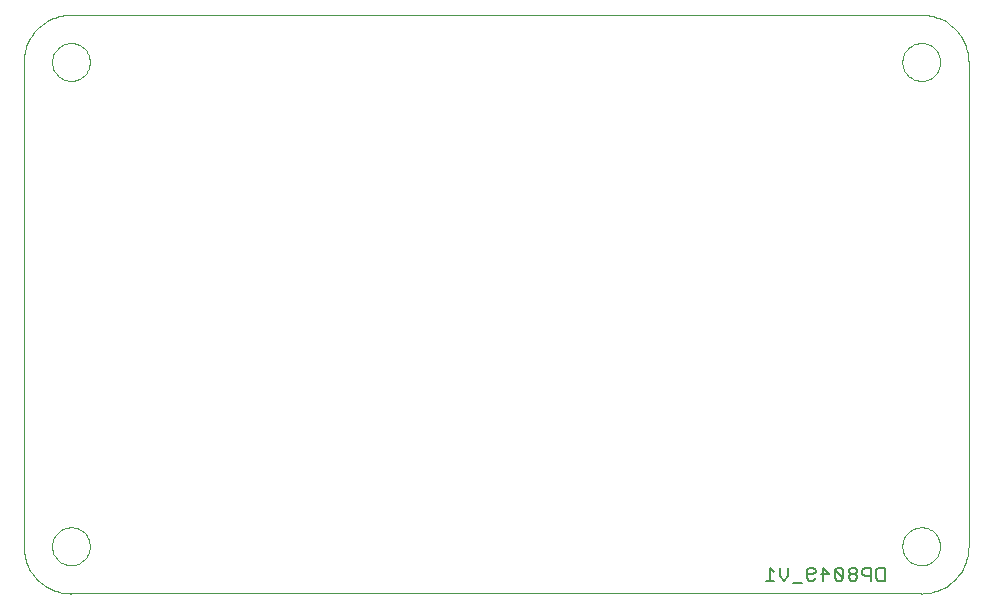
<source format=gbo>
G75*
%MOIN*%
%OFA0B0*%
%FSLAX24Y24*%
%IPPOS*%
%LPD*%
%AMOC8*
5,1,8,0,0,1.08239X$1,22.5*
%
%ADD10C,0.0000*%
%ADD11C,0.0080*%
D10*
X006993Y003416D02*
X035339Y003416D01*
X034709Y004990D02*
X034711Y005040D01*
X034717Y005090D01*
X034727Y005139D01*
X034741Y005187D01*
X034758Y005234D01*
X034779Y005279D01*
X034804Y005323D01*
X034832Y005364D01*
X034864Y005403D01*
X034898Y005440D01*
X034935Y005474D01*
X034975Y005504D01*
X035017Y005531D01*
X035061Y005555D01*
X035107Y005576D01*
X035154Y005592D01*
X035202Y005605D01*
X035252Y005614D01*
X035301Y005619D01*
X035352Y005620D01*
X035402Y005617D01*
X035451Y005610D01*
X035500Y005599D01*
X035548Y005584D01*
X035594Y005566D01*
X035639Y005544D01*
X035682Y005518D01*
X035723Y005489D01*
X035762Y005457D01*
X035798Y005422D01*
X035830Y005384D01*
X035860Y005344D01*
X035887Y005301D01*
X035910Y005257D01*
X035929Y005211D01*
X035945Y005163D01*
X035957Y005114D01*
X035965Y005065D01*
X035969Y005015D01*
X035969Y004965D01*
X035965Y004915D01*
X035957Y004866D01*
X035945Y004817D01*
X035929Y004769D01*
X035910Y004723D01*
X035887Y004679D01*
X035860Y004636D01*
X035830Y004596D01*
X035798Y004558D01*
X035762Y004523D01*
X035723Y004491D01*
X035682Y004462D01*
X035639Y004436D01*
X035594Y004414D01*
X035548Y004396D01*
X035500Y004381D01*
X035451Y004370D01*
X035402Y004363D01*
X035352Y004360D01*
X035301Y004361D01*
X035252Y004366D01*
X035202Y004375D01*
X035154Y004388D01*
X035107Y004404D01*
X035061Y004425D01*
X035017Y004449D01*
X034975Y004476D01*
X034935Y004506D01*
X034898Y004540D01*
X034864Y004577D01*
X034832Y004616D01*
X034804Y004657D01*
X034779Y004701D01*
X034758Y004746D01*
X034741Y004793D01*
X034727Y004841D01*
X034717Y004890D01*
X034711Y004940D01*
X034709Y004990D01*
X035339Y003415D02*
X035416Y003417D01*
X035493Y003423D01*
X035570Y003432D01*
X035646Y003445D01*
X035722Y003462D01*
X035796Y003483D01*
X035870Y003507D01*
X035942Y003535D01*
X036012Y003566D01*
X036081Y003601D01*
X036149Y003639D01*
X036214Y003680D01*
X036277Y003725D01*
X036338Y003773D01*
X036397Y003823D01*
X036453Y003876D01*
X036506Y003932D01*
X036556Y003991D01*
X036604Y004052D01*
X036649Y004115D01*
X036690Y004180D01*
X036728Y004248D01*
X036763Y004317D01*
X036794Y004387D01*
X036822Y004459D01*
X036846Y004533D01*
X036867Y004607D01*
X036884Y004683D01*
X036897Y004759D01*
X036906Y004836D01*
X036912Y004913D01*
X036914Y004990D01*
X036914Y021132D01*
X034709Y021132D02*
X034711Y021182D01*
X034717Y021232D01*
X034727Y021281D01*
X034741Y021329D01*
X034758Y021376D01*
X034779Y021421D01*
X034804Y021465D01*
X034832Y021506D01*
X034864Y021545D01*
X034898Y021582D01*
X034935Y021616D01*
X034975Y021646D01*
X035017Y021673D01*
X035061Y021697D01*
X035107Y021718D01*
X035154Y021734D01*
X035202Y021747D01*
X035252Y021756D01*
X035301Y021761D01*
X035352Y021762D01*
X035402Y021759D01*
X035451Y021752D01*
X035500Y021741D01*
X035548Y021726D01*
X035594Y021708D01*
X035639Y021686D01*
X035682Y021660D01*
X035723Y021631D01*
X035762Y021599D01*
X035798Y021564D01*
X035830Y021526D01*
X035860Y021486D01*
X035887Y021443D01*
X035910Y021399D01*
X035929Y021353D01*
X035945Y021305D01*
X035957Y021256D01*
X035965Y021207D01*
X035969Y021157D01*
X035969Y021107D01*
X035965Y021057D01*
X035957Y021008D01*
X035945Y020959D01*
X035929Y020911D01*
X035910Y020865D01*
X035887Y020821D01*
X035860Y020778D01*
X035830Y020738D01*
X035798Y020700D01*
X035762Y020665D01*
X035723Y020633D01*
X035682Y020604D01*
X035639Y020578D01*
X035594Y020556D01*
X035548Y020538D01*
X035500Y020523D01*
X035451Y020512D01*
X035402Y020505D01*
X035352Y020502D01*
X035301Y020503D01*
X035252Y020508D01*
X035202Y020517D01*
X035154Y020530D01*
X035107Y020546D01*
X035061Y020567D01*
X035017Y020591D01*
X034975Y020618D01*
X034935Y020648D01*
X034898Y020682D01*
X034864Y020719D01*
X034832Y020758D01*
X034804Y020799D01*
X034779Y020843D01*
X034758Y020888D01*
X034741Y020935D01*
X034727Y020983D01*
X034717Y021032D01*
X034711Y021082D01*
X034709Y021132D01*
X035339Y022707D02*
X035416Y022705D01*
X035493Y022699D01*
X035570Y022690D01*
X035646Y022677D01*
X035722Y022660D01*
X035796Y022639D01*
X035870Y022615D01*
X035942Y022587D01*
X036012Y022556D01*
X036081Y022521D01*
X036149Y022483D01*
X036214Y022442D01*
X036277Y022397D01*
X036338Y022349D01*
X036397Y022299D01*
X036453Y022246D01*
X036506Y022190D01*
X036556Y022131D01*
X036604Y022070D01*
X036649Y022007D01*
X036690Y021942D01*
X036728Y021874D01*
X036763Y021805D01*
X036794Y021735D01*
X036822Y021663D01*
X036846Y021589D01*
X036867Y021515D01*
X036884Y021439D01*
X036897Y021363D01*
X036906Y021286D01*
X036912Y021209D01*
X036914Y021132D01*
X035339Y022707D02*
X006993Y022707D01*
X006363Y021132D02*
X006365Y021182D01*
X006371Y021232D01*
X006381Y021281D01*
X006395Y021329D01*
X006412Y021376D01*
X006433Y021421D01*
X006458Y021465D01*
X006486Y021506D01*
X006518Y021545D01*
X006552Y021582D01*
X006589Y021616D01*
X006629Y021646D01*
X006671Y021673D01*
X006715Y021697D01*
X006761Y021718D01*
X006808Y021734D01*
X006856Y021747D01*
X006906Y021756D01*
X006955Y021761D01*
X007006Y021762D01*
X007056Y021759D01*
X007105Y021752D01*
X007154Y021741D01*
X007202Y021726D01*
X007248Y021708D01*
X007293Y021686D01*
X007336Y021660D01*
X007377Y021631D01*
X007416Y021599D01*
X007452Y021564D01*
X007484Y021526D01*
X007514Y021486D01*
X007541Y021443D01*
X007564Y021399D01*
X007583Y021353D01*
X007599Y021305D01*
X007611Y021256D01*
X007619Y021207D01*
X007623Y021157D01*
X007623Y021107D01*
X007619Y021057D01*
X007611Y021008D01*
X007599Y020959D01*
X007583Y020911D01*
X007564Y020865D01*
X007541Y020821D01*
X007514Y020778D01*
X007484Y020738D01*
X007452Y020700D01*
X007416Y020665D01*
X007377Y020633D01*
X007336Y020604D01*
X007293Y020578D01*
X007248Y020556D01*
X007202Y020538D01*
X007154Y020523D01*
X007105Y020512D01*
X007056Y020505D01*
X007006Y020502D01*
X006955Y020503D01*
X006906Y020508D01*
X006856Y020517D01*
X006808Y020530D01*
X006761Y020546D01*
X006715Y020567D01*
X006671Y020591D01*
X006629Y020618D01*
X006589Y020648D01*
X006552Y020682D01*
X006518Y020719D01*
X006486Y020758D01*
X006458Y020799D01*
X006433Y020843D01*
X006412Y020888D01*
X006395Y020935D01*
X006381Y020983D01*
X006371Y021032D01*
X006365Y021082D01*
X006363Y021132D01*
X005418Y021132D02*
X005420Y021209D01*
X005426Y021286D01*
X005435Y021363D01*
X005448Y021439D01*
X005465Y021515D01*
X005486Y021589D01*
X005510Y021663D01*
X005538Y021735D01*
X005569Y021805D01*
X005604Y021874D01*
X005642Y021942D01*
X005683Y022007D01*
X005728Y022070D01*
X005776Y022131D01*
X005826Y022190D01*
X005879Y022246D01*
X005935Y022299D01*
X005994Y022349D01*
X006055Y022397D01*
X006118Y022442D01*
X006183Y022483D01*
X006251Y022521D01*
X006320Y022556D01*
X006390Y022587D01*
X006462Y022615D01*
X006536Y022639D01*
X006610Y022660D01*
X006686Y022677D01*
X006762Y022690D01*
X006839Y022699D01*
X006916Y022705D01*
X006993Y022707D01*
X005418Y021132D02*
X005418Y004990D01*
X006363Y004990D02*
X006365Y005040D01*
X006371Y005090D01*
X006381Y005139D01*
X006395Y005187D01*
X006412Y005234D01*
X006433Y005279D01*
X006458Y005323D01*
X006486Y005364D01*
X006518Y005403D01*
X006552Y005440D01*
X006589Y005474D01*
X006629Y005504D01*
X006671Y005531D01*
X006715Y005555D01*
X006761Y005576D01*
X006808Y005592D01*
X006856Y005605D01*
X006906Y005614D01*
X006955Y005619D01*
X007006Y005620D01*
X007056Y005617D01*
X007105Y005610D01*
X007154Y005599D01*
X007202Y005584D01*
X007248Y005566D01*
X007293Y005544D01*
X007336Y005518D01*
X007377Y005489D01*
X007416Y005457D01*
X007452Y005422D01*
X007484Y005384D01*
X007514Y005344D01*
X007541Y005301D01*
X007564Y005257D01*
X007583Y005211D01*
X007599Y005163D01*
X007611Y005114D01*
X007619Y005065D01*
X007623Y005015D01*
X007623Y004965D01*
X007619Y004915D01*
X007611Y004866D01*
X007599Y004817D01*
X007583Y004769D01*
X007564Y004723D01*
X007541Y004679D01*
X007514Y004636D01*
X007484Y004596D01*
X007452Y004558D01*
X007416Y004523D01*
X007377Y004491D01*
X007336Y004462D01*
X007293Y004436D01*
X007248Y004414D01*
X007202Y004396D01*
X007154Y004381D01*
X007105Y004370D01*
X007056Y004363D01*
X007006Y004360D01*
X006955Y004361D01*
X006906Y004366D01*
X006856Y004375D01*
X006808Y004388D01*
X006761Y004404D01*
X006715Y004425D01*
X006671Y004449D01*
X006629Y004476D01*
X006589Y004506D01*
X006552Y004540D01*
X006518Y004577D01*
X006486Y004616D01*
X006458Y004657D01*
X006433Y004701D01*
X006412Y004746D01*
X006395Y004793D01*
X006381Y004841D01*
X006371Y004890D01*
X006365Y004940D01*
X006363Y004990D01*
X005418Y004990D02*
X005420Y004913D01*
X005426Y004836D01*
X005435Y004759D01*
X005448Y004683D01*
X005465Y004607D01*
X005486Y004533D01*
X005510Y004459D01*
X005538Y004387D01*
X005569Y004317D01*
X005604Y004248D01*
X005642Y004180D01*
X005683Y004115D01*
X005728Y004052D01*
X005776Y003991D01*
X005826Y003932D01*
X005879Y003876D01*
X005935Y003823D01*
X005994Y003773D01*
X006055Y003725D01*
X006118Y003680D01*
X006183Y003639D01*
X006251Y003601D01*
X006320Y003566D01*
X006390Y003535D01*
X006462Y003507D01*
X006536Y003483D01*
X006610Y003462D01*
X006686Y003445D01*
X006762Y003432D01*
X006839Y003423D01*
X006916Y003417D01*
X006993Y003415D01*
D11*
X030155Y003849D02*
X030435Y003849D01*
X030295Y003849D02*
X030295Y004270D01*
X030435Y004130D01*
X030615Y003989D02*
X030615Y004270D01*
X030896Y004270D02*
X030896Y003989D01*
X030755Y003849D01*
X030615Y003989D01*
X031076Y003779D02*
X031356Y003779D01*
X031536Y003919D02*
X031606Y003849D01*
X031746Y003849D01*
X031816Y003919D01*
X031746Y004059D02*
X031536Y004059D01*
X031536Y003919D02*
X031536Y004200D01*
X031606Y004270D01*
X031746Y004270D01*
X031816Y004200D01*
X031816Y004130D01*
X031746Y004059D01*
X031996Y004059D02*
X032277Y004059D01*
X032067Y004270D01*
X032067Y003849D01*
X032457Y003919D02*
X032527Y003849D01*
X032667Y003849D01*
X032737Y003919D01*
X032457Y004200D01*
X032457Y003919D01*
X032737Y003919D02*
X032737Y004200D01*
X032667Y004270D01*
X032527Y004270D01*
X032457Y004200D01*
X032917Y004200D02*
X032917Y004130D01*
X032987Y004059D01*
X033127Y004059D01*
X033197Y004130D01*
X033197Y004200D01*
X033127Y004270D01*
X032987Y004270D01*
X032917Y004200D01*
X032987Y004059D02*
X032917Y003989D01*
X032917Y003919D01*
X032987Y003849D01*
X033127Y003849D01*
X033197Y003919D01*
X033197Y003989D01*
X033127Y004059D01*
X033378Y004059D02*
X033448Y003989D01*
X033658Y003989D01*
X033658Y003849D02*
X033658Y004270D01*
X033448Y004270D01*
X033378Y004200D01*
X033378Y004059D01*
X033838Y003919D02*
X033908Y003849D01*
X034118Y003849D01*
X034118Y004270D01*
X033908Y004270D01*
X033838Y004200D01*
X033838Y003919D01*
M02*

</source>
